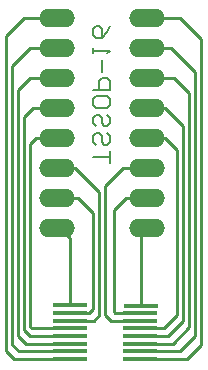
<source format=gbl>
G75*
G70*
%OFA0B0*%
%FSLAX24Y24*%
%IPPOS*%
%LPD*%
%AMOC8*
5,1,8,0,0,1.08239X$1,22.5*
%
%ADD10C,0.0070*%
%ADD11O,0.1200X0.0600*%
%ADD12R,0.1181X0.0138*%
%ADD13C,0.0100*%
D10*
X004277Y013412D02*
X004179Y013215D01*
X003982Y013018D01*
X003982Y013313D01*
X003883Y013412D01*
X003785Y013412D01*
X003687Y013313D01*
X003687Y013117D01*
X003785Y013018D01*
X003982Y013018D01*
X004277Y012610D02*
X004179Y012512D01*
X004277Y012610D02*
X003687Y012610D01*
X003687Y012512D02*
X003687Y012709D01*
X003982Y012298D02*
X003982Y011904D01*
X003982Y011690D02*
X003883Y011592D01*
X003883Y011296D01*
X003785Y011082D02*
X004179Y011082D01*
X004277Y010984D01*
X004277Y010787D01*
X004179Y010689D01*
X003785Y010689D01*
X003687Y010787D01*
X003687Y010984D01*
X003785Y011082D01*
X003687Y011296D02*
X004277Y011296D01*
X004277Y011592D01*
X004179Y011690D01*
X003982Y011690D01*
X003883Y010475D02*
X003785Y010475D01*
X003687Y010376D01*
X003687Y010179D01*
X003785Y010081D01*
X003785Y009867D02*
X003687Y009768D01*
X003687Y009572D01*
X003785Y009473D01*
X003982Y009768D02*
X003883Y009867D01*
X003785Y009867D01*
X003982Y009768D02*
X003982Y009572D01*
X004080Y009473D01*
X004179Y009473D01*
X004277Y009572D01*
X004277Y009768D01*
X004179Y009867D01*
X004179Y010081D02*
X004080Y010081D01*
X003982Y010179D01*
X003982Y010376D01*
X003883Y010475D01*
X004179Y010475D02*
X004277Y010376D01*
X004277Y010179D01*
X004179Y010081D01*
X004277Y009259D02*
X004277Y008865D01*
X004277Y009062D02*
X003687Y009062D01*
D11*
X002512Y008691D03*
X002512Y009691D03*
X002512Y010691D03*
X002512Y011691D03*
X002512Y012691D03*
X002512Y013691D03*
X005512Y013691D03*
X005512Y012691D03*
X005512Y011691D03*
X005512Y010691D03*
X005512Y009691D03*
X005512Y008691D03*
X005512Y007691D03*
X005512Y006691D03*
X002512Y006691D03*
X002512Y007691D03*
D12*
X002929Y004114D03*
X002929Y003858D03*
X002929Y003602D03*
X002929Y003346D03*
X002929Y003090D03*
X002929Y002835D03*
X002929Y002579D03*
X002929Y002323D03*
X005271Y002323D03*
X005271Y002579D03*
X005271Y002835D03*
X005271Y003090D03*
X005271Y003346D03*
X005271Y003602D03*
X005271Y003858D03*
X005281Y004110D03*
D13*
X001080Y002323D02*
X000812Y002591D01*
X000812Y013091D01*
X001412Y013691D01*
X002512Y013691D01*
X002512Y012691D02*
X001612Y012691D01*
X001012Y012091D01*
X001012Y002791D01*
X001224Y002579D01*
X002929Y002579D01*
X002929Y002323D02*
X001080Y002323D01*
X001468Y002835D02*
X001212Y003091D01*
X001212Y011291D01*
X001612Y011691D01*
X002512Y011691D01*
X002512Y010691D02*
X001712Y010691D01*
X001412Y010391D01*
X001412Y003291D01*
X001612Y003090D01*
X002929Y003090D01*
X002929Y003346D02*
X001656Y003346D01*
X001612Y003391D01*
X001612Y009491D01*
X001812Y009691D01*
X002512Y009691D01*
X002512Y008691D02*
X003112Y008691D01*
X003912Y007891D01*
X003912Y003791D01*
X003723Y003602D01*
X002929Y003602D01*
X002929Y003858D02*
X003579Y003858D01*
X003712Y003991D01*
X003712Y007191D01*
X003212Y007691D01*
X002512Y007691D01*
X002412Y007691D01*
X002512Y006691D02*
X002612Y006691D01*
X002929Y006374D01*
X002929Y004114D01*
X002929Y002835D02*
X001468Y002835D01*
X004112Y003791D02*
X004112Y008091D01*
X004712Y008691D01*
X005512Y008691D01*
X005512Y009691D02*
X006112Y009691D01*
X006512Y009291D01*
X006512Y003791D01*
X006067Y003346D01*
X005271Y003346D01*
X005271Y003090D02*
X006211Y003090D01*
X006712Y003591D01*
X006712Y010091D01*
X006112Y010691D01*
X005512Y010691D01*
X005512Y011691D02*
X006412Y011691D01*
X006912Y011191D01*
X006912Y003391D01*
X006355Y002835D01*
X005271Y002835D01*
X005271Y002579D02*
X006599Y002579D01*
X007112Y003091D01*
X007112Y011891D01*
X006312Y012691D01*
X005512Y012691D01*
X005512Y013591D02*
X005612Y013691D01*
X006612Y013691D01*
X007312Y012991D01*
X007312Y002791D01*
X006844Y002323D01*
X005271Y002323D01*
X005271Y003602D02*
X004300Y003602D01*
X004112Y003791D01*
X004412Y003891D02*
X004412Y007291D01*
X004812Y007691D01*
X005512Y007691D01*
X005512Y006691D02*
X005281Y006460D01*
X005281Y004110D01*
X005271Y003858D02*
X004444Y003858D01*
X004412Y003891D01*
X005512Y013591D02*
X005512Y013691D01*
M02*

</source>
